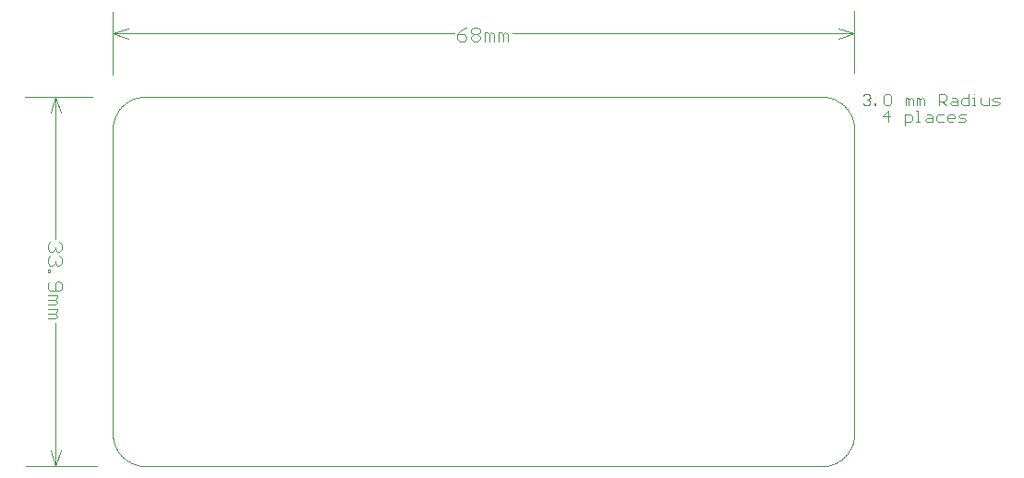
<source format=gm1>
*%FSLAX23Y23*%
*%MOIN*%
G01*
%ADD11C,0.000*%
%ADD12C,0.000*%
%ADD13C,0.000*%
%ADD14C,0.001*%
%ADD15C,0.002*%
%ADD16C,0.006*%
%ADD17C,0.007*%
%ADD18C,0.007*%
%ADD19C,0.008*%
%ADD20C,0.010*%
%ADD21C,0.012*%
%ADD22C,0.015*%
%ADD23C,0.015*%
%ADD24C,0.018*%
%ADD25C,0.020*%
%ADD26C,0.022*%
%ADD27C,0.024*%
%ADD28C,0.025*%
%ADD29C,0.028*%
%ADD30C,0.029*%
%ADD31C,0.031*%
%ADD32C,0.031*%
%ADD33C,0.035*%
%ADD34C,0.035*%
%ADD35C,0.039*%
%ADD36C,0.043*%
%ADD37C,0.045*%
%ADD38C,0.047*%
%ADD39C,0.048*%
%ADD40C,0.049*%
%ADD41C,0.050*%
%ADD42C,0.050*%
%ADD43C,0.051*%
%ADD44C,0.051*%
%ADD45C,0.054*%
%ADD46C,0.055*%
%ADD47C,0.055*%
%ADD48C,0.059*%
%ADD49C,0.059*%
%ADD50C,0.062*%
%ADD51C,0.066*%
%ADD52C,0.067*%
%ADD53C,0.070*%
%ADD54C,0.074*%
%ADD55C,0.115*%
%ADD56C,0.135*%
%ADD57C,0.138*%
%ADD58C,0.138*%
%ADD59C,0.158*%
%ADD60C,0.158*%
%ADD61C,0.190*%
%ADD62C,0.194*%
%ADD63C,0.236*%
%ADD64C,0.240*%
%ADD65R,0.011X0.030*%
%ADD66R,0.012X0.030*%
%ADD67R,0.014X0.033*%
%ADD68R,0.014X0.037*%
%ADD69R,0.015X0.034*%
%ADD70R,0.016X0.034*%
%ADD71R,0.018X0.037*%
%ADD72R,0.018X0.041*%
%ADD73R,0.020X0.025*%
%ADD74R,0.021X0.021*%
%ADD75R,0.024X0.029*%
%ADD76R,0.025X0.020*%
%ADD77R,0.029X0.024*%
%ADD78R,0.030X0.011*%
%ADD79R,0.030X0.030*%
%ADD80R,0.030X0.050*%
%ADD81R,0.031X0.031*%
%ADD82R,0.033X0.014*%
%ADD83R,0.034X0.015*%
%ADD84R,0.034X0.034*%
%ADD85R,0.034X0.054*%
%ADD86R,0.035X0.035*%
%ADD87R,0.037X0.014*%
%ADD88R,0.037X0.018*%
%ADD89R,0.039X0.014*%
%ADD90R,0.039X0.041*%
%ADD91R,0.040X0.050*%
%ADD92R,0.040X0.083*%
%ADD93R,0.041X0.018*%
%ADD94R,0.041X0.087*%
%ADD95R,0.043X0.018*%
%ADD96R,0.043X0.045*%
%ADD97R,0.044X0.054*%
%ADD98R,0.044X0.087*%
%ADD99R,0.045X0.091*%
%ADD100R,0.047X0.055*%
%ADD101R,0.048X0.024*%
%ADD102R,0.050X0.023*%
%ADD103R,0.050X0.030*%
%ADD104R,0.050X0.040*%
%ADD105R,0.050X0.060*%
%ADD106R,0.051X0.059*%
%ADD107R,0.052X0.028*%
%ADD108R,0.054X0.027*%
%ADD109R,0.054X0.034*%
%ADD110R,0.054X0.044*%
%ADD111R,0.054X0.064*%
%ADD112R,0.055X0.039*%
%ADD113R,0.057X0.012*%
%ADD114R,0.057X0.067*%
%ADD115R,0.059X0.043*%
%ADD116R,0.060X0.060*%
%ADD117R,0.061X0.024*%
%ADD118R,0.061X0.051*%
%ADD119R,0.061X0.016*%
%ADD120R,0.061X0.071*%
%ADD121R,0.063X0.039*%
%ADD122R,0.064X0.064*%
%ADD123R,0.065X0.028*%
%ADD124R,0.065X0.055*%
%ADD125R,0.067X0.043*%
%ADD126R,0.085X0.030*%
%ADD127R,0.085X0.085*%
%ADD128R,0.089X0.034*%
%ADD129R,0.094X0.030*%
%ADD130R,0.098X0.034*%
%ADD131R,0.104X0.104*%
%ADD132R,0.108X0.108*%
%ADD133R,0.116X0.138*%
%ADD134R,0.120X0.142*%
%ADD135R,0.169X0.169*%
%ADD136R,0.173X0.173*%
D14*
X8671Y8697D02*
X11120D01*
X11119Y7363D02*
X8674D01*
X8483Y8697D02*
X8239D01*
X8245Y7364D02*
X8500D01*
X8557Y8926D02*
X9791D01*
X10001D02*
X11234D01*
X8557Y8582D02*
Y7481D01*
X8352Y8182D02*
Y8698D01*
Y7880D02*
Y7363D01*
X8557Y8776D02*
Y9005D01*
X11234Y9007D02*
Y8783D01*
Y8584D02*
X11234Y7481D01*
X8333Y8641D02*
X8352Y8698D01*
X8371Y8641D01*
X8333Y7420D02*
X8352Y7363D01*
X8371Y7420D01*
X8614Y8907D02*
X8557Y8926D01*
X8614Y8945D01*
X11177Y8907D02*
X11234Y8926D01*
X11177Y8945D01*
X11234Y7480D02*
X11234Y7477D01*
X11234Y7474D01*
X11234Y7471D01*
X11233Y7467D01*
X11233Y7464D01*
X11233Y7461D01*
X11232Y7458D01*
X11231Y7455D01*
X11231Y7451D01*
X11230Y7448D01*
X11229Y7445D01*
X11228Y7442D01*
X11227Y7439D01*
X11226Y7436D01*
X11224Y7433D01*
X11223Y7430D01*
X11221Y7427D01*
X11220Y7424D01*
X11218Y7421D01*
X11217Y7419D01*
X11215Y7416D01*
X11213Y7413D01*
X11211Y7410D01*
X11209Y7408D01*
X11207Y7405D01*
X11205Y7403D01*
X11203Y7400D01*
X11201Y7398D01*
X11198Y7396D01*
X11196Y7393D01*
X11194Y7391D01*
X11191Y7389D01*
X11189Y7387D01*
X11186Y7385D01*
X11183Y7383D01*
X11181Y7382D01*
X11178Y7380D01*
X11175Y7378D01*
X11172Y7377D01*
X11169Y7375D01*
X11166Y7374D01*
X11164Y7372D01*
X11161Y7371D01*
X11157Y7370D01*
X11154Y7369D01*
X11151Y7368D01*
X11148Y7367D01*
X11145Y7366D01*
X11142Y7365D01*
X11139Y7364D01*
X11136Y7364D01*
X11132Y7363D01*
X11129Y7363D01*
X11126Y7363D01*
X11123Y7362D01*
X11119Y7362D01*
X11116Y7362D01*
X11119Y7362D01*
X11123Y7362D01*
X11126Y7363D01*
X11129Y7363D01*
X11132Y7363D01*
X11136Y7364D01*
X11139Y7364D01*
X11142Y7365D01*
X11145Y7366D01*
X11148Y7367D01*
X11151Y7368D01*
X11154Y7369D01*
X11157Y7370D01*
X11161Y7371D01*
X11164Y7372D01*
X11166Y7374D01*
X11169Y7375D01*
X11172Y7377D01*
X11175Y7378D01*
X11178Y7380D01*
X11181Y7382D01*
X11183Y7383D01*
X11186Y7385D01*
X11189Y7387D01*
X11191Y7389D01*
X11194Y7391D01*
X11196Y7393D01*
X11198Y7396D01*
X11201Y7398D01*
X11203Y7400D01*
X11205Y7403D01*
X11207Y7405D01*
X11209Y7408D01*
X11211Y7410D01*
X11213Y7413D01*
X11215Y7416D01*
X11217Y7419D01*
X11218Y7421D01*
X11220Y7424D01*
X11221Y7427D01*
X11223Y7430D01*
X11224Y7433D01*
X11226Y7436D01*
X11227Y7439D01*
X11228Y7442D01*
X11229Y7445D01*
X11230Y7448D01*
X11231Y7451D01*
X11231Y7455D01*
X11232Y7458D01*
X11233Y7461D01*
X11233Y7464D01*
X11233Y7467D01*
X11234Y7471D01*
X11234Y7474D01*
X11234Y7477D01*
X11234Y7480D01*
X8675Y7363D02*
X8672Y7363D01*
X8669Y7363D01*
X8666Y7364D01*
X8662Y7364D01*
X8659Y7364D01*
X8656Y7365D01*
X8653Y7365D01*
X8650Y7366D01*
X8646Y7367D01*
X8643Y7368D01*
X8640Y7369D01*
X8637Y7370D01*
X8634Y7371D01*
X8631Y7372D01*
X8628Y7373D01*
X8625Y7375D01*
X8622Y7376D01*
X8619Y7377D01*
X8616Y7379D01*
X8613Y7381D01*
X8611Y7382D01*
X8608Y7384D01*
X8605Y7386D01*
X8603Y7388D01*
X8600Y7390D01*
X8598Y7392D01*
X8595Y7394D01*
X8593Y7397D01*
X8591Y7399D01*
X8588Y7401D01*
X8586Y7404D01*
X8584Y7406D01*
X8582Y7409D01*
X8580Y7411D01*
X8578Y7414D01*
X8576Y7417D01*
X8575Y7419D01*
X8573Y7422D01*
X8571Y7425D01*
X8570Y7428D01*
X8569Y7431D01*
X8567Y7434D01*
X8566Y7437D01*
X8565Y7440D01*
X8564Y7443D01*
X8563Y7446D01*
X8562Y7449D01*
X8561Y7452D01*
X8560Y7456D01*
X8559Y7459D01*
X8559Y7462D01*
X8558Y7465D01*
X8558Y7468D01*
X8558Y7472D01*
X8557Y7475D01*
X8557Y7478D01*
X8557Y7481D01*
X8557Y7478D01*
X8557Y7475D01*
X8558Y7472D01*
X8558Y7468D01*
X8558Y7465D01*
X8559Y7462D01*
X8559Y7459D01*
X8560Y7456D01*
X8561Y7452D01*
X8562Y7449D01*
X8563Y7446D01*
X8564Y7443D01*
X8565Y7440D01*
X8566Y7437D01*
X8567Y7434D01*
X8569Y7431D01*
X8570Y7428D01*
X8571Y7425D01*
X8573Y7422D01*
X8575Y7419D01*
X8576Y7417D01*
X8578Y7414D01*
X8580Y7411D01*
X8582Y7409D01*
X8584Y7406D01*
X8586Y7404D01*
X8588Y7401D01*
X8591Y7399D01*
X8593Y7397D01*
X8595Y7394D01*
X8598Y7392D01*
X8600Y7390D01*
X8603Y7388D01*
X8605Y7386D01*
X8608Y7384D01*
X8611Y7382D01*
X8613Y7381D01*
X8616Y7379D01*
X8619Y7377D01*
X8622Y7376D01*
X8625Y7375D01*
X8628Y7373D01*
X8631Y7372D01*
X8634Y7371D01*
X8637Y7370D01*
X8640Y7369D01*
X8643Y7368D01*
X8646Y7367D01*
X8650Y7366D01*
X8653Y7365D01*
X8656Y7365D01*
X8659Y7364D01*
X8662Y7364D01*
X8666Y7364D01*
X8669Y7363D01*
X8672Y7363D01*
X8675Y7363D01*
X8557Y8579D02*
X8557Y8583D01*
X8557Y8586D01*
X8558Y8589D01*
X8558Y8592D01*
X8558Y8596D01*
X8559Y8599D01*
X8559Y8602D01*
X8560Y8605D01*
X8561Y8608D01*
X8562Y8611D01*
X8563Y8615D01*
X8564Y8618D01*
X8565Y8621D01*
X8566Y8624D01*
X8567Y8627D01*
X8569Y8630D01*
X8570Y8633D01*
X8571Y8635D01*
X8573Y8638D01*
X8575Y8641D01*
X8576Y8644D01*
X8578Y8647D01*
X8580Y8649D01*
X8582Y8652D01*
X8584Y8654D01*
X8586Y8657D01*
X8588Y8659D01*
X8591Y8662D01*
X8593Y8664D01*
X8595Y8666D01*
X8598Y8668D01*
X8600Y8670D01*
X8603Y8672D01*
X8605Y8674D01*
X8608Y8676D01*
X8611Y8678D01*
X8614Y8680D01*
X8616Y8682D01*
X8619Y8683D01*
X8622Y8685D01*
X8625Y8686D01*
X8628Y8687D01*
X8631Y8689D01*
X8634Y8690D01*
X8637Y8691D01*
X8640Y8692D01*
X8643Y8693D01*
X8646Y8694D01*
X8650Y8695D01*
X8653Y8695D01*
X8656Y8696D01*
X8659Y8696D01*
X8662Y8697D01*
X8666Y8697D01*
X8669Y8697D01*
X8672Y8697D01*
X8675Y8697D01*
X8672Y8697D01*
X8669Y8697D01*
X8666Y8697D01*
X8662Y8697D01*
X8659Y8696D01*
X8656Y8696D01*
X8653Y8695D01*
X8650Y8695D01*
X8646Y8694D01*
X8643Y8693D01*
X8640Y8692D01*
X8637Y8691D01*
X8634Y8690D01*
X8631Y8689D01*
X8628Y8687D01*
X8625Y8686D01*
X8622Y8685D01*
X8619Y8683D01*
X8616Y8682D01*
X8614Y8680D01*
X8611Y8678D01*
X8608Y8676D01*
X8605Y8674D01*
X8603Y8672D01*
X8600Y8670D01*
X8598Y8668D01*
X8595Y8666D01*
X8593Y8664D01*
X8591Y8662D01*
X8588Y8659D01*
X8586Y8657D01*
X8584Y8654D01*
X8582Y8652D01*
X8580Y8649D01*
X8578Y8647D01*
X8576Y8644D01*
X8575Y8641D01*
X8573Y8638D01*
X8571Y8635D01*
X8570Y8633D01*
X8569Y8630D01*
X8567Y8627D01*
X8566Y8624D01*
X8565Y8621D01*
X8564Y8618D01*
X8563Y8615D01*
X8562Y8611D01*
X8561Y8608D01*
X8560Y8605D01*
X8559Y8602D01*
X8559Y8599D01*
X8558Y8596D01*
X8558Y8592D01*
X8558Y8589D01*
X8557Y8586D01*
X8557Y8583D01*
X8557Y8579D01*
X11116Y8697D02*
X11119Y8697D01*
X11123Y8697D01*
X11126Y8697D01*
X11129Y8696D01*
X11132Y8696D01*
X11136Y8696D01*
X11139Y8695D01*
X11142Y8694D01*
X11145Y8694D01*
X11148Y8693D01*
X11151Y8692D01*
X11155Y8691D01*
X11158Y8690D01*
X11161Y8689D01*
X11164Y8687D01*
X11167Y8686D01*
X11170Y8684D01*
X11172Y8683D01*
X11175Y8681D01*
X11178Y8680D01*
X11181Y8678D01*
X11184Y8676D01*
X11186Y8674D01*
X11189Y8672D01*
X11191Y8670D01*
X11194Y8668D01*
X11196Y8666D01*
X11199Y8664D01*
X11201Y8661D01*
X11203Y8659D01*
X11205Y8657D01*
X11207Y8654D01*
X11209Y8652D01*
X11211Y8649D01*
X11213Y8646D01*
X11215Y8644D01*
X11217Y8641D01*
X11219Y8638D01*
X11220Y8635D01*
X11222Y8632D01*
X11223Y8630D01*
X11224Y8627D01*
X11226Y8624D01*
X11227Y8621D01*
X11228Y8617D01*
X11229Y8614D01*
X11230Y8611D01*
X11231Y8608D01*
X11231Y8605D01*
X11232Y8602D01*
X11233Y8599D01*
X11233Y8595D01*
X11234Y8592D01*
X11234Y8589D01*
X11234Y8586D01*
X11234Y8582D01*
X11234Y8579D01*
X11234Y8582D01*
X11234Y8586D01*
X11234Y8589D01*
X11234Y8592D01*
X11233Y8595D01*
X11233Y8599D01*
X11232Y8602D01*
X11231Y8605D01*
X11231Y8608D01*
X11230Y8611D01*
X11229Y8614D01*
X11228Y8617D01*
X11227Y8621D01*
X11226Y8624D01*
X11224Y8627D01*
X11223Y8630D01*
X11222Y8632D01*
X11220Y8635D01*
X11219Y8638D01*
X11217Y8641D01*
X11215Y8644D01*
X11213Y8646D01*
X11211Y8649D01*
X11209Y8652D01*
X11207Y8654D01*
X11205Y8657D01*
X11203Y8659D01*
X11201Y8661D01*
X11199Y8664D01*
X11196Y8666D01*
X11194Y8668D01*
X11191Y8670D01*
X11189Y8672D01*
X11186Y8674D01*
X11184Y8676D01*
X11181Y8678D01*
X11178Y8680D01*
X11175Y8681D01*
X11172Y8683D01*
X11170Y8684D01*
X11167Y8686D01*
X11164Y8687D01*
X11161Y8689D01*
X11158Y8690D01*
X11155Y8691D01*
X11151Y8692D01*
X11148Y8693D01*
X11145Y8694D01*
X11142Y8694D01*
X11139Y8695D01*
X11136Y8696D01*
X11132Y8696D01*
X11129Y8696D01*
X11126Y8697D01*
X11123Y8697D01*
X11119Y8697D01*
X11116Y8697D01*
D15*
X8374Y8163D02*
X8365Y8172D01*
X8374Y8163D02*
Y8147D01*
X8365Y8138D01*
X8357D01*
X8358D01*
X8357D02*
X8358D01*
X8357D02*
X8358D01*
X8357D02*
X8349Y8147D01*
Y8155D01*
Y8147D01*
X8340Y8138D01*
X8332D01*
X8324Y8147D01*
Y8163D01*
X8332Y8172D01*
X8365Y8122D02*
X8374Y8113D01*
Y8097D01*
X8365Y8088D01*
X8357D01*
X8358D01*
X8357D02*
X8358D01*
X8357D02*
X8358D01*
X8357D02*
X8349Y8097D01*
Y8105D01*
Y8097D01*
X8340Y8088D01*
X8332D01*
X8324Y8097D01*
Y8113D01*
X8332Y8122D01*
Y8072D02*
X8324D01*
X8332D02*
Y8063D01*
X8324D01*
Y8072D01*
X8332Y8030D02*
X8324Y8022D01*
Y8005D01*
X8332Y7997D01*
X8365D01*
X8374Y8005D01*
Y8022D01*
X8365Y8030D01*
X8357D01*
X8349Y8022D01*
Y7997D01*
X8357Y7980D02*
X8324D01*
X8357D02*
Y7972D01*
X8349Y7963D01*
X8324D01*
X8349D01*
X8357Y7955D01*
X8349Y7947D01*
X8324D01*
Y7930D02*
X8357D01*
Y7922D01*
X8349Y7913D01*
X8324D01*
X8349D01*
X8357Y7905D01*
X8349Y7897D01*
X8324D01*
X11266Y8699D02*
X11272Y8706D01*
X11286D01*
X11292Y8699D01*
Y8693D01*
X11293D01*
X11292D02*
X11293D01*
X11292D02*
X11293D01*
X11292D02*
X11286Y8686D01*
X11279D01*
X11286D01*
X11292Y8679D01*
Y8673D01*
X11286Y8666D01*
X11272D01*
X11266Y8673D01*
X11306D02*
Y8666D01*
Y8673D02*
X11312D01*
Y8666D01*
X11306D01*
X11339Y8699D02*
X11346Y8706D01*
X11359D01*
X11366Y8699D01*
Y8673D01*
X11359Y8666D01*
X11346D01*
X11339Y8673D01*
Y8699D01*
X11419Y8693D02*
Y8666D01*
Y8693D02*
X11426D01*
X11432Y8686D01*
Y8666D01*
Y8686D01*
X11439Y8693D01*
X11446Y8686D01*
Y8666D01*
X11459D02*
Y8693D01*
X11466D01*
X11472Y8686D01*
Y8666D01*
Y8686D01*
X11479Y8693D01*
X11486Y8686D01*
Y8666D01*
X11539D02*
Y8706D01*
X11559D01*
X11566Y8699D01*
Y8686D01*
X11559Y8679D01*
X11539D01*
X11552D02*
X11566Y8666D01*
X11586Y8693D02*
X11599D01*
X11606Y8686D01*
Y8666D01*
X11586D01*
X11579Y8673D01*
X11586Y8679D01*
X11606D01*
X11646Y8666D02*
Y8706D01*
Y8666D02*
X11626D01*
X11619Y8673D01*
Y8686D01*
X11626Y8693D01*
X11646D01*
X11659Y8666D02*
X11672D01*
X11666D01*
Y8693D01*
X11659D01*
X11666Y8706D02*
X11667D01*
X11692Y8693D02*
Y8673D01*
X11699Y8666D01*
X11719D01*
Y8693D01*
X11732Y8666D02*
X11752D01*
X11759Y8673D01*
X11752Y8679D01*
X11739D01*
X11732Y8686D01*
X11739Y8693D01*
X11759D01*
X11357Y8647D02*
Y8607D01*
X11337Y8627D02*
X11357Y8647D01*
X11363Y8627D02*
X11337D01*
X11417Y8634D02*
Y8594D01*
Y8634D02*
X11437D01*
X11443Y8627D01*
Y8614D01*
X11437Y8607D01*
X11417D01*
X11457D02*
X11470D01*
X11463D01*
Y8647D01*
X11457D01*
X11496Y8634D02*
X11510D01*
X11516Y8627D01*
Y8607D01*
X11496D01*
X11490Y8614D01*
X11496Y8620D01*
X11516D01*
X11536Y8634D02*
X11556D01*
X11536D02*
X11530Y8627D01*
Y8614D01*
X11536Y8607D01*
X11556D01*
X11576D02*
X11590D01*
X11576D02*
X11570Y8614D01*
Y8627D01*
X11576Y8634D01*
X11590D01*
X11596Y8627D01*
Y8620D01*
X11570D01*
X11610Y8607D02*
X11630D01*
X11636Y8614D01*
X11630Y8620D01*
X11616D01*
X11610Y8627D01*
X11616Y8634D01*
X11636D01*
X9834Y8947D02*
X9817Y8939D01*
X9801Y8922D01*
Y8906D01*
X9809Y8897D01*
X9826D01*
X9834Y8906D01*
Y8914D01*
X9826Y8922D01*
X9801D01*
X9851Y8939D02*
X9859Y8947D01*
X9875D01*
X9884Y8939D01*
Y8931D01*
X9875Y8922D01*
X9884Y8914D01*
Y8906D01*
X9875Y8897D01*
X9859D01*
X9851Y8906D01*
Y8914D01*
X9859Y8922D01*
X9851Y8931D01*
Y8939D01*
X9859Y8922D02*
X9875D01*
X9900Y8931D02*
Y8897D01*
Y8931D02*
X9909D01*
X9917Y8922D01*
Y8897D01*
Y8922D01*
X9925Y8931D01*
X9934Y8922D01*
Y8897D01*
X9950D02*
Y8931D01*
X9959D01*
X9967Y8922D01*
Y8897D01*
Y8922D01*
X9975Y8931D01*
X9984Y8922D01*
Y8897D01*
D02*
M02*

</source>
